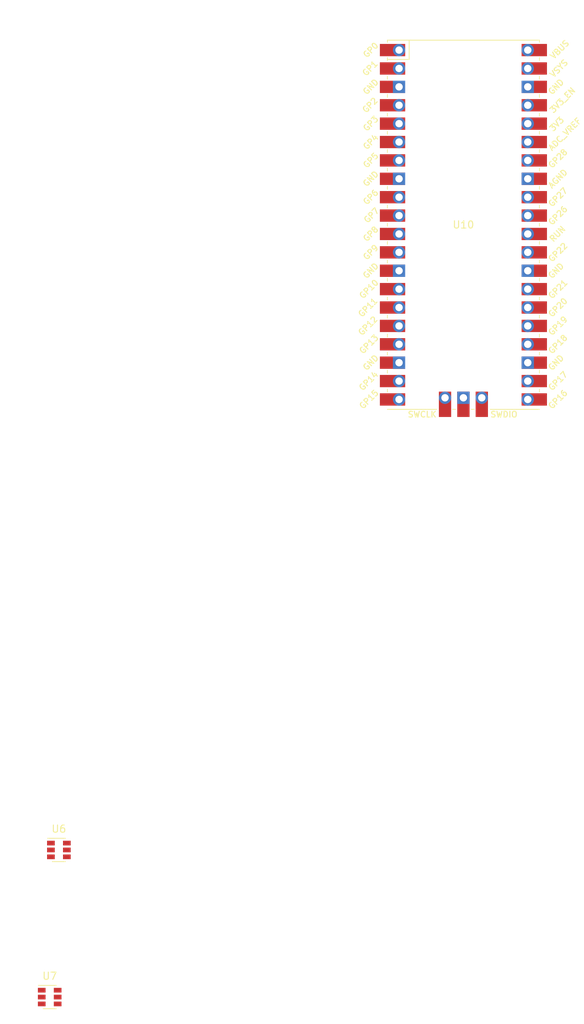
<source format=kicad_pcb>
(kicad_pcb (version 20171130) (host pcbnew "(5.1.9-0-10_14)")

  (general
    (thickness 1.6)
    (drawings 0)
    (tracks 0)
    (zones 0)
    (modules 3)
    (nets 56)
  )

  (page A4)
  (layers
    (0 F.Cu signal)
    (31 B.Cu signal)
    (32 B.Adhes user)
    (33 F.Adhes user)
    (34 B.Paste user)
    (35 F.Paste user)
    (36 B.SilkS user)
    (37 F.SilkS user)
    (38 B.Mask user)
    (39 F.Mask user)
    (40 Dwgs.User user)
    (41 Cmts.User user)
    (42 Eco1.User user)
    (43 Eco2.User user)
    (44 Edge.Cuts user)
    (45 Margin user)
    (46 B.CrtYd user)
    (47 F.CrtYd user)
    (48 B.Fab user)
    (49 F.Fab user)
  )

  (setup
    (last_trace_width 0.25)
    (trace_clearance 0.2)
    (zone_clearance 0.508)
    (zone_45_only no)
    (trace_min 0.2)
    (via_size 0.8)
    (via_drill 0.4)
    (via_min_size 0.4)
    (via_min_drill 0.3)
    (uvia_size 0.3)
    (uvia_drill 0.1)
    (uvias_allowed no)
    (uvia_min_size 0.2)
    (uvia_min_drill 0.1)
    (edge_width 0.05)
    (segment_width 0.2)
    (pcb_text_width 0.3)
    (pcb_text_size 1.5 1.5)
    (mod_edge_width 0.12)
    (mod_text_size 1 1)
    (mod_text_width 0.15)
    (pad_size 1.524 1.524)
    (pad_drill 0.762)
    (pad_to_mask_clearance 0)
    (aux_axis_origin 0 0)
    (visible_elements FFFFFF7F)
    (pcbplotparams
      (layerselection 0x010fc_ffffffff)
      (usegerberextensions false)
      (usegerberattributes true)
      (usegerberadvancedattributes true)
      (creategerberjobfile true)
      (excludeedgelayer true)
      (linewidth 0.100000)
      (plotframeref false)
      (viasonmask false)
      (mode 1)
      (useauxorigin false)
      (hpglpennumber 1)
      (hpglpenspeed 20)
      (hpglpendiameter 15.000000)
      (psnegative false)
      (psa4output false)
      (plotreference true)
      (plotvalue true)
      (plotinvisibletext false)
      (padsonsilk false)
      (subtractmaskfromsilk false)
      (outputformat 1)
      (mirror false)
      (drillshape 1)
      (scaleselection 1)
      (outputdirectory ""))
  )

  (net 0 "")
  (net 1 "Net-(U6-Pad5)")
  (net 2 "Net-(U6-Pad6)")
  (net 3 "Net-(U6-Pad4)")
  (net 4 "Net-(U6-Pad3)")
  (net 5 "Net-(U6-Pad2)")
  (net 6 "Net-(U1-Pad3)")
  (net 7 "Net-(U7-Pad5)")
  (net 8 "Net-(U7-Pad6)")
  (net 9 "Net-(U7-Pad4)")
  (net 10 "Net-(U7-Pad3)")
  (net 11 "Net-(U7-Pad2)")
  (net 12 "Net-(U3-Pad3)")
  (net 13 "Net-(U10-Pad43)")
  (net 14 "Net-(U10-Pad42)")
  (net 15 "Net-(U10-Pad41)")
  (net 16 "Net-(U10-Pad21)")
  (net 17 "Net-(U10-Pad22)")
  (net 18 "Net-(U10-Pad23)")
  (net 19 "Net-(U10-Pad24)")
  (net 20 "Net-(U10-Pad25)")
  (net 21 "Net-(U10-Pad26)")
  (net 22 "Net-(U10-Pad27)")
  (net 23 "Net-(U10-Pad28)")
  (net 24 "Net-(U10-Pad29)")
  (net 25 "Net-(U10-Pad30)")
  (net 26 "Net-(U10-Pad31)")
  (net 27 "Net-(U10-Pad32)")
  (net 28 "Net-(U10-Pad33)")
  (net 29 "Net-(U10-Pad34)")
  (net 30 "Net-(U10-Pad35)")
  (net 31 "Net-(U10-Pad36)")
  (net 32 "Net-(U10-Pad37)")
  (net 33 "Net-(U10-Pad38)")
  (net 34 "Net-(U10-Pad39)")
  (net 35 "Net-(U10-Pad40)")
  (net 36 "Net-(U10-Pad20)")
  (net 37 "Net-(U10-Pad19)")
  (net 38 "Net-(U10-Pad18)")
  (net 39 "Net-(U10-Pad17)")
  (net 40 "Net-(U10-Pad16)")
  (net 41 "Net-(U10-Pad15)")
  (net 42 "Net-(U10-Pad14)")
  (net 43 "Net-(U10-Pad13)")
  (net 44 "Net-(U10-Pad12)")
  (net 45 "Net-(U10-Pad11)")
  (net 46 "Net-(U10-Pad10)")
  (net 47 "Net-(U10-Pad9)")
  (net 48 "Net-(U10-Pad8)")
  (net 49 "Net-(U10-Pad7)")
  (net 50 "Net-(U10-Pad6)")
  (net 51 "Net-(U10-Pad5)")
  (net 52 "Net-(U10-Pad4)")
  (net 53 "Net-(U10-Pad3)")
  (net 54 "Net-(U10-Pad2)")
  (net 55 "Net-(U10-Pad1)")

  (net_class Default "This is the default net class."
    (clearance 0.2)
    (trace_width 0.25)
    (via_dia 0.8)
    (via_drill 0.4)
    (uvia_dia 0.3)
    (uvia_drill 0.1)
    (add_net "Net-(U1-Pad3)")
    (add_net "Net-(U10-Pad1)")
    (add_net "Net-(U10-Pad10)")
    (add_net "Net-(U10-Pad11)")
    (add_net "Net-(U10-Pad12)")
    (add_net "Net-(U10-Pad13)")
    (add_net "Net-(U10-Pad14)")
    (add_net "Net-(U10-Pad15)")
    (add_net "Net-(U10-Pad16)")
    (add_net "Net-(U10-Pad17)")
    (add_net "Net-(U10-Pad18)")
    (add_net "Net-(U10-Pad19)")
    (add_net "Net-(U10-Pad2)")
    (add_net "Net-(U10-Pad20)")
    (add_net "Net-(U10-Pad21)")
    (add_net "Net-(U10-Pad22)")
    (add_net "Net-(U10-Pad23)")
    (add_net "Net-(U10-Pad24)")
    (add_net "Net-(U10-Pad25)")
    (add_net "Net-(U10-Pad26)")
    (add_net "Net-(U10-Pad27)")
    (add_net "Net-(U10-Pad28)")
    (add_net "Net-(U10-Pad29)")
    (add_net "Net-(U10-Pad3)")
    (add_net "Net-(U10-Pad30)")
    (add_net "Net-(U10-Pad31)")
    (add_net "Net-(U10-Pad32)")
    (add_net "Net-(U10-Pad33)")
    (add_net "Net-(U10-Pad34)")
    (add_net "Net-(U10-Pad35)")
    (add_net "Net-(U10-Pad36)")
    (add_net "Net-(U10-Pad37)")
    (add_net "Net-(U10-Pad38)")
    (add_net "Net-(U10-Pad39)")
    (add_net "Net-(U10-Pad4)")
    (add_net "Net-(U10-Pad40)")
    (add_net "Net-(U10-Pad41)")
    (add_net "Net-(U10-Pad42)")
    (add_net "Net-(U10-Pad43)")
    (add_net "Net-(U10-Pad5)")
    (add_net "Net-(U10-Pad6)")
    (add_net "Net-(U10-Pad7)")
    (add_net "Net-(U10-Pad8)")
    (add_net "Net-(U10-Pad9)")
    (add_net "Net-(U3-Pad3)")
    (add_net "Net-(U6-Pad2)")
    (add_net "Net-(U6-Pad3)")
    (add_net "Net-(U6-Pad4)")
    (add_net "Net-(U6-Pad5)")
    (add_net "Net-(U6-Pad6)")
    (add_net "Net-(U7-Pad2)")
    (add_net "Net-(U7-Pad3)")
    (add_net "Net-(U7-Pad4)")
    (add_net "Net-(U7-Pad5)")
    (add_net "Net-(U7-Pad6)")
  )

  (module footprints:RPi_Pico_SMD_TH (layer F.Cu) (tedit 5F638C80) (tstamp 606D36C7)
    (at 191.77 -3.81)
    (descr "Through hole straight pin header, 2x20, 2.54mm pitch, double rows")
    (tags "Through hole pin header THT 2x20 2.54mm double row")
    (path /606CF40D)
    (fp_text reference U10 (at 0 0) (layer F.SilkS)
      (effects (font (size 1 1) (thickness 0.15)))
    )
    (fp_text value Pico (at 0 2.159) (layer F.Fab)
      (effects (font (size 1 1) (thickness 0.15)))
    )
    (fp_poly (pts (xy 3.7 -20.2) (xy -3.7 -20.2) (xy -3.7 -24.9) (xy 3.7 -24.9)) (layer Dwgs.User) (width 0.1))
    (fp_poly (pts (xy -1.5 -11.5) (xy -3.5 -11.5) (xy -3.5 -13.5) (xy -1.5 -13.5)) (layer Dwgs.User) (width 0.1))
    (fp_poly (pts (xy -1.5 -14) (xy -3.5 -14) (xy -3.5 -16) (xy -1.5 -16)) (layer Dwgs.User) (width 0.1))
    (fp_poly (pts (xy -1.5 -16.5) (xy -3.5 -16.5) (xy -3.5 -18.5) (xy -1.5 -18.5)) (layer Dwgs.User) (width 0.1))
    (fp_line (start -10.5 -25.5) (end 10.5 -25.5) (layer F.Fab) (width 0.12))
    (fp_line (start 10.5 -25.5) (end 10.5 25.5) (layer F.Fab) (width 0.12))
    (fp_line (start 10.5 25.5) (end -10.5 25.5) (layer F.Fab) (width 0.12))
    (fp_line (start -10.5 25.5) (end -10.5 -25.5) (layer F.Fab) (width 0.12))
    (fp_line (start -10.5 -24.2) (end -9.2 -25.5) (layer F.Fab) (width 0.12))
    (fp_line (start -11 -26) (end 11 -26) (layer F.CrtYd) (width 0.12))
    (fp_line (start 11 -26) (end 11 26) (layer F.CrtYd) (width 0.12))
    (fp_line (start 11 26) (end -11 26) (layer F.CrtYd) (width 0.12))
    (fp_line (start -11 26) (end -11 -26) (layer F.CrtYd) (width 0.12))
    (fp_line (start -10.5 -25.5) (end 10.5 -25.5) (layer F.SilkS) (width 0.12))
    (fp_line (start -3.7 25.5) (end -10.5 25.5) (layer F.SilkS) (width 0.12))
    (fp_line (start -10.5 -22.833) (end -7.493 -22.833) (layer F.SilkS) (width 0.12))
    (fp_line (start -7.493 -22.833) (end -7.493 -25.5) (layer F.SilkS) (width 0.12))
    (fp_line (start -10.5 -25.5) (end -10.5 -25.2) (layer F.SilkS) (width 0.12))
    (fp_line (start -10.5 -23.1) (end -10.5 -22.7) (layer F.SilkS) (width 0.12))
    (fp_line (start -10.5 -20.5) (end -10.5 -20.1) (layer F.SilkS) (width 0.12))
    (fp_line (start -10.5 -18) (end -10.5 -17.6) (layer F.SilkS) (width 0.12))
    (fp_line (start -10.5 -15.4) (end -10.5 -15) (layer F.SilkS) (width 0.12))
    (fp_line (start -10.5 -12.9) (end -10.5 -12.5) (layer F.SilkS) (width 0.12))
    (fp_line (start -10.5 -10.4) (end -10.5 -10) (layer F.SilkS) (width 0.12))
    (fp_line (start -10.5 -7.8) (end -10.5 -7.4) (layer F.SilkS) (width 0.12))
    (fp_line (start -10.5 -5.3) (end -10.5 -4.9) (layer F.SilkS) (width 0.12))
    (fp_line (start -10.5 -2.7) (end -10.5 -2.3) (layer F.SilkS) (width 0.12))
    (fp_line (start -10.5 -0.2) (end -10.5 0.2) (layer F.SilkS) (width 0.12))
    (fp_line (start -10.5 2.3) (end -10.5 2.7) (layer F.SilkS) (width 0.12))
    (fp_line (start -10.5 4.9) (end -10.5 5.3) (layer F.SilkS) (width 0.12))
    (fp_line (start -10.5 7.4) (end -10.5 7.8) (layer F.SilkS) (width 0.12))
    (fp_line (start -10.5 10) (end -10.5 10.4) (layer F.SilkS) (width 0.12))
    (fp_line (start -10.5 12.5) (end -10.5 12.9) (layer F.SilkS) (width 0.12))
    (fp_line (start -10.5 15.1) (end -10.5 15.5) (layer F.SilkS) (width 0.12))
    (fp_line (start -10.5 17.6) (end -10.5 18) (layer F.SilkS) (width 0.12))
    (fp_line (start -10.5 20.1) (end -10.5 20.5) (layer F.SilkS) (width 0.12))
    (fp_line (start -10.5 22.7) (end -10.5 23.1) (layer F.SilkS) (width 0.12))
    (fp_line (start 10.5 -10.4) (end 10.5 -10) (layer F.SilkS) (width 0.12))
    (fp_line (start 10.5 -5.3) (end 10.5 -4.9) (layer F.SilkS) (width 0.12))
    (fp_line (start 10.5 2.3) (end 10.5 2.7) (layer F.SilkS) (width 0.12))
    (fp_line (start 10.5 10) (end 10.5 10.4) (layer F.SilkS) (width 0.12))
    (fp_line (start 10.5 -20.5) (end 10.5 -20.1) (layer F.SilkS) (width 0.12))
    (fp_line (start 10.5 -23.1) (end 10.5 -22.7) (layer F.SilkS) (width 0.12))
    (fp_line (start 10.5 -15.4) (end 10.5 -15) (layer F.SilkS) (width 0.12))
    (fp_line (start 10.5 17.6) (end 10.5 18) (layer F.SilkS) (width 0.12))
    (fp_line (start 10.5 22.7) (end 10.5 23.1) (layer F.SilkS) (width 0.12))
    (fp_line (start 10.5 20.1) (end 10.5 20.5) (layer F.SilkS) (width 0.12))
    (fp_line (start 10.5 4.9) (end 10.5 5.3) (layer F.SilkS) (width 0.12))
    (fp_line (start 10.5 -0.2) (end 10.5 0.2) (layer F.SilkS) (width 0.12))
    (fp_line (start 10.5 -12.9) (end 10.5 -12.5) (layer F.SilkS) (width 0.12))
    (fp_line (start 10.5 -7.8) (end 10.5 -7.4) (layer F.SilkS) (width 0.12))
    (fp_line (start 10.5 12.5) (end 10.5 12.9) (layer F.SilkS) (width 0.12))
    (fp_line (start 10.5 -2.7) (end 10.5 -2.3) (layer F.SilkS) (width 0.12))
    (fp_line (start 10.5 -25.5) (end 10.5 -25.2) (layer F.SilkS) (width 0.12))
    (fp_line (start 10.5 -18) (end 10.5 -17.6) (layer F.SilkS) (width 0.12))
    (fp_line (start 10.5 7.4) (end 10.5 7.8) (layer F.SilkS) (width 0.12))
    (fp_line (start 10.5 15.1) (end 10.5 15.5) (layer F.SilkS) (width 0.12))
    (fp_line (start 10.5 25.5) (end 3.7 25.5) (layer F.SilkS) (width 0.12))
    (fp_line (start -1.5 25.5) (end -1.1 25.5) (layer F.SilkS) (width 0.12))
    (fp_line (start 1.1 25.5) (end 1.5 25.5) (layer F.SilkS) (width 0.12))
    (fp_text user "Copper Keepouts shown on Dwgs layer" (at 0.1 -30.2) (layer Cmts.User)
      (effects (font (size 1 1) (thickness 0.15)))
    )
    (fp_text user SWDIO (at 5.6 26.2) (layer F.SilkS)
      (effects (font (size 0.8 0.8) (thickness 0.15)))
    )
    (fp_text user SWCLK (at -5.7 26.2) (layer F.SilkS)
      (effects (font (size 0.8 0.8) (thickness 0.15)))
    )
    (fp_text user AGND (at 13.054 -6.35 45) (layer F.SilkS)
      (effects (font (size 0.8 0.8) (thickness 0.15)))
    )
    (fp_text user GND (at 12.8 -19.05 45) (layer F.SilkS)
      (effects (font (size 0.8 0.8) (thickness 0.15)))
    )
    (fp_text user GND (at 12.8 6.35 45) (layer F.SilkS)
      (effects (font (size 0.8 0.8) (thickness 0.15)))
    )
    (fp_text user GND (at 12.8 19.05 45) (layer F.SilkS)
      (effects (font (size 0.8 0.8) (thickness 0.15)))
    )
    (fp_text user GND (at -12.8 19.05 45) (layer F.SilkS)
      (effects (font (size 0.8 0.8) (thickness 0.15)))
    )
    (fp_text user GND (at -12.8 6.35 45) (layer F.SilkS)
      (effects (font (size 0.8 0.8) (thickness 0.15)))
    )
    (fp_text user GND (at -12.8 -6.35 45) (layer F.SilkS)
      (effects (font (size 0.8 0.8) (thickness 0.15)))
    )
    (fp_text user GND (at -12.8 -19.05 45) (layer F.SilkS)
      (effects (font (size 0.8 0.8) (thickness 0.15)))
    )
    (fp_text user VBUS (at 13.3 -24.2 45) (layer F.SilkS)
      (effects (font (size 0.8 0.8) (thickness 0.15)))
    )
    (fp_text user VSYS (at 13.2 -21.59 45) (layer F.SilkS)
      (effects (font (size 0.8 0.8) (thickness 0.15)))
    )
    (fp_text user 3V3_EN (at 13.7 -17.2 45) (layer F.SilkS)
      (effects (font (size 0.8 0.8) (thickness 0.15)))
    )
    (fp_text user 3V3 (at 12.9 -13.9 45) (layer F.SilkS)
      (effects (font (size 0.8 0.8) (thickness 0.15)))
    )
    (fp_text user ADC_VREF (at 14 -12.5 45) (layer F.SilkS)
      (effects (font (size 0.8 0.8) (thickness 0.15)))
    )
    (fp_text user GP28 (at 13.054 -9.144 45) (layer F.SilkS)
      (effects (font (size 0.8 0.8) (thickness 0.15)))
    )
    (fp_text user GP27 (at 13.054 -3.8 45) (layer F.SilkS)
      (effects (font (size 0.8 0.8) (thickness 0.15)))
    )
    (fp_text user GP26 (at 13.054 -1.27 45) (layer F.SilkS)
      (effects (font (size 0.8 0.8) (thickness 0.15)))
    )
    (fp_text user RUN (at 13 1.27 45) (layer F.SilkS)
      (effects (font (size 0.8 0.8) (thickness 0.15)))
    )
    (fp_text user GP22 (at 13.054 3.81 45) (layer F.SilkS)
      (effects (font (size 0.8 0.8) (thickness 0.15)))
    )
    (fp_text user GP21 (at 13.054 8.9 45) (layer F.SilkS)
      (effects (font (size 0.8 0.8) (thickness 0.15)))
    )
    (fp_text user GP20 (at 13.054 11.43 45) (layer F.SilkS)
      (effects (font (size 0.8 0.8) (thickness 0.15)))
    )
    (fp_text user GP19 (at 13.054 13.97 45) (layer F.SilkS)
      (effects (font (size 0.8 0.8) (thickness 0.15)))
    )
    (fp_text user GP18 (at 13.054 16.51 45) (layer F.SilkS)
      (effects (font (size 0.8 0.8) (thickness 0.15)))
    )
    (fp_text user GP17 (at 13.054 21.59 45) (layer F.SilkS)
      (effects (font (size 0.8 0.8) (thickness 0.15)))
    )
    (fp_text user GP16 (at 13.054 24.13 45) (layer F.SilkS)
      (effects (font (size 0.8 0.8) (thickness 0.15)))
    )
    (fp_text user GP15 (at -13.054 24.13 45) (layer F.SilkS)
      (effects (font (size 0.8 0.8) (thickness 0.15)))
    )
    (fp_text user GP14 (at -13.1 21.59 45) (layer F.SilkS)
      (effects (font (size 0.8 0.8) (thickness 0.15)))
    )
    (fp_text user GP13 (at -13.054 16.51 45) (layer F.SilkS)
      (effects (font (size 0.8 0.8) (thickness 0.15)))
    )
    (fp_text user GP12 (at -13.2 13.97 45) (layer F.SilkS)
      (effects (font (size 0.8 0.8) (thickness 0.15)))
    )
    (fp_text user GP11 (at -13.2 11.43 45) (layer F.SilkS)
      (effects (font (size 0.8 0.8) (thickness 0.15)))
    )
    (fp_text user GP10 (at -13.054 8.89 45) (layer F.SilkS)
      (effects (font (size 0.8 0.8) (thickness 0.15)))
    )
    (fp_text user GP9 (at -12.8 3.81 45) (layer F.SilkS)
      (effects (font (size 0.8 0.8) (thickness 0.15)))
    )
    (fp_text user GP8 (at -12.8 1.27 45) (layer F.SilkS)
      (effects (font (size 0.8 0.8) (thickness 0.15)))
    )
    (fp_text user GP7 (at -12.7 -1.3 45) (layer F.SilkS)
      (effects (font (size 0.8 0.8) (thickness 0.15)))
    )
    (fp_text user GP6 (at -12.8 -3.81 45) (layer F.SilkS)
      (effects (font (size 0.8 0.8) (thickness 0.15)))
    )
    (fp_text user GP5 (at -12.8 -8.89 45) (layer F.SilkS)
      (effects (font (size 0.8 0.8) (thickness 0.15)))
    )
    (fp_text user GP4 (at -12.8 -11.43 45) (layer F.SilkS)
      (effects (font (size 0.8 0.8) (thickness 0.15)))
    )
    (fp_text user GP3 (at -12.8 -13.97 45) (layer F.SilkS)
      (effects (font (size 0.8 0.8) (thickness 0.15)))
    )
    (fp_text user GP0 (at -12.8 -24.13 45) (layer F.SilkS)
      (effects (font (size 0.8 0.8) (thickness 0.15)))
    )
    (fp_text user GP2 (at -12.9 -16.51 45) (layer F.SilkS)
      (effects (font (size 0.8 0.8) (thickness 0.15)))
    )
    (fp_text user GP1 (at -12.9 -21.6 45) (layer F.SilkS)
      (effects (font (size 0.8 0.8) (thickness 0.15)))
    )
    (fp_text user %R (at 0 0 180) (layer F.Fab)
      (effects (font (size 1 1) (thickness 0.15)))
    )
    (pad 43 thru_hole oval (at 2.54 23.9) (size 1.7 1.7) (drill 1.02) (layers *.Cu *.Mask)
      (net 13 "Net-(U10-Pad43)"))
    (pad 43 smd rect (at 2.54 23.9 90) (size 3.5 1.7) (drill (offset -0.9 0)) (layers F.Cu F.Mask)
      (net 13 "Net-(U10-Pad43)"))
    (pad 42 thru_hole rect (at 0 23.9) (size 1.7 1.7) (drill 1.02) (layers *.Cu *.Mask)
      (net 14 "Net-(U10-Pad42)"))
    (pad 42 smd rect (at 0 23.9 90) (size 3.5 1.7) (drill (offset -0.9 0)) (layers F.Cu F.Mask)
      (net 14 "Net-(U10-Pad42)"))
    (pad 41 thru_hole oval (at -2.54 23.9) (size 1.7 1.7) (drill 1.02) (layers *.Cu *.Mask)
      (net 15 "Net-(U10-Pad41)"))
    (pad 41 smd rect (at -2.54 23.9 90) (size 3.5 1.7) (drill (offset -0.9 0)) (layers F.Cu F.Mask)
      (net 15 "Net-(U10-Pad41)"))
    (pad "" np_thru_hole oval (at 2.425 -20.97) (size 1.5 1.5) (drill 1.5) (layers *.Cu *.Mask))
    (pad "" np_thru_hole oval (at -2.425 -20.97) (size 1.5 1.5) (drill 1.5) (layers *.Cu *.Mask))
    (pad "" np_thru_hole oval (at 2.725 -24) (size 1.8 1.8) (drill 1.8) (layers *.Cu *.Mask))
    (pad "" np_thru_hole oval (at -2.725 -24) (size 1.8 1.8) (drill 1.8) (layers *.Cu *.Mask))
    (pad 21 smd rect (at 8.89 24.13) (size 3.5 1.7) (drill (offset 0.9 0)) (layers F.Cu F.Mask)
      (net 16 "Net-(U10-Pad21)"))
    (pad 22 smd rect (at 8.89 21.59) (size 3.5 1.7) (drill (offset 0.9 0)) (layers F.Cu F.Mask)
      (net 17 "Net-(U10-Pad22)"))
    (pad 23 smd rect (at 8.89 19.05) (size 3.5 1.7) (drill (offset 0.9 0)) (layers F.Cu F.Mask)
      (net 18 "Net-(U10-Pad23)"))
    (pad 24 smd rect (at 8.89 16.51) (size 3.5 1.7) (drill (offset 0.9 0)) (layers F.Cu F.Mask)
      (net 19 "Net-(U10-Pad24)"))
    (pad 25 smd rect (at 8.89 13.97) (size 3.5 1.7) (drill (offset 0.9 0)) (layers F.Cu F.Mask)
      (net 20 "Net-(U10-Pad25)"))
    (pad 26 smd rect (at 8.89 11.43) (size 3.5 1.7) (drill (offset 0.9 0)) (layers F.Cu F.Mask)
      (net 21 "Net-(U10-Pad26)"))
    (pad 27 smd rect (at 8.89 8.89) (size 3.5 1.7) (drill (offset 0.9 0)) (layers F.Cu F.Mask)
      (net 22 "Net-(U10-Pad27)"))
    (pad 28 smd rect (at 8.89 6.35) (size 3.5 1.7) (drill (offset 0.9 0)) (layers F.Cu F.Mask)
      (net 23 "Net-(U10-Pad28)"))
    (pad 29 smd rect (at 8.89 3.81) (size 3.5 1.7) (drill (offset 0.9 0)) (layers F.Cu F.Mask)
      (net 24 "Net-(U10-Pad29)"))
    (pad 30 smd rect (at 8.89 1.27) (size 3.5 1.7) (drill (offset 0.9 0)) (layers F.Cu F.Mask)
      (net 25 "Net-(U10-Pad30)"))
    (pad 31 smd rect (at 8.89 -1.27) (size 3.5 1.7) (drill (offset 0.9 0)) (layers F.Cu F.Mask)
      (net 26 "Net-(U10-Pad31)"))
    (pad 32 smd rect (at 8.89 -3.81) (size 3.5 1.7) (drill (offset 0.9 0)) (layers F.Cu F.Mask)
      (net 27 "Net-(U10-Pad32)"))
    (pad 33 smd rect (at 8.89 -6.35) (size 3.5 1.7) (drill (offset 0.9 0)) (layers F.Cu F.Mask)
      (net 28 "Net-(U10-Pad33)"))
    (pad 34 smd rect (at 8.89 -8.89) (size 3.5 1.7) (drill (offset 0.9 0)) (layers F.Cu F.Mask)
      (net 29 "Net-(U10-Pad34)"))
    (pad 35 smd rect (at 8.89 -11.43) (size 3.5 1.7) (drill (offset 0.9 0)) (layers F.Cu F.Mask)
      (net 30 "Net-(U10-Pad35)"))
    (pad 36 smd rect (at 8.89 -13.97) (size 3.5 1.7) (drill (offset 0.9 0)) (layers F.Cu F.Mask)
      (net 31 "Net-(U10-Pad36)"))
    (pad 37 smd rect (at 8.89 -16.51) (size 3.5 1.7) (drill (offset 0.9 0)) (layers F.Cu F.Mask)
      (net 32 "Net-(U10-Pad37)"))
    (pad 38 smd rect (at 8.89 -19.05) (size 3.5 1.7) (drill (offset 0.9 0)) (layers F.Cu F.Mask)
      (net 33 "Net-(U10-Pad38)"))
    (pad 39 smd rect (at 8.89 -21.59) (size 3.5 1.7) (drill (offset 0.9 0)) (layers F.Cu F.Mask)
      (net 34 "Net-(U10-Pad39)"))
    (pad 40 smd rect (at 8.89 -24.13) (size 3.5 1.7) (drill (offset 0.9 0)) (layers F.Cu F.Mask)
      (net 35 "Net-(U10-Pad40)"))
    (pad 20 smd rect (at -8.89 24.13) (size 3.5 1.7) (drill (offset -0.9 0)) (layers F.Cu F.Mask)
      (net 36 "Net-(U10-Pad20)"))
    (pad 19 smd rect (at -8.89 21.59) (size 3.5 1.7) (drill (offset -0.9 0)) (layers F.Cu F.Mask)
      (net 37 "Net-(U10-Pad19)"))
    (pad 18 smd rect (at -8.89 19.05) (size 3.5 1.7) (drill (offset -0.9 0)) (layers F.Cu F.Mask)
      (net 38 "Net-(U10-Pad18)"))
    (pad 17 smd rect (at -8.89 16.51) (size 3.5 1.7) (drill (offset -0.9 0)) (layers F.Cu F.Mask)
      (net 39 "Net-(U10-Pad17)"))
    (pad 16 smd rect (at -8.89 13.97) (size 3.5 1.7) (drill (offset -0.9 0)) (layers F.Cu F.Mask)
      (net 40 "Net-(U10-Pad16)"))
    (pad 15 smd rect (at -8.89 11.43) (size 3.5 1.7) (drill (offset -0.9 0)) (layers F.Cu F.Mask)
      (net 41 "Net-(U10-Pad15)"))
    (pad 14 smd rect (at -8.89 8.89) (size 3.5 1.7) (drill (offset -0.9 0)) (layers F.Cu F.Mask)
      (net 42 "Net-(U10-Pad14)"))
    (pad 13 smd rect (at -8.89 6.35) (size 3.5 1.7) (drill (offset -0.9 0)) (layers F.Cu F.Mask)
      (net 43 "Net-(U10-Pad13)"))
    (pad 12 smd rect (at -8.89 3.81) (size 3.5 1.7) (drill (offset -0.9 0)) (layers F.Cu F.Mask)
      (net 44 "Net-(U10-Pad12)"))
    (pad 11 smd rect (at -8.89 1.27) (size 3.5 1.7) (drill (offset -0.9 0)) (layers F.Cu F.Mask)
      (net 45 "Net-(U10-Pad11)"))
    (pad 10 smd rect (at -8.89 -1.27) (size 3.5 1.7) (drill (offset -0.9 0)) (layers F.Cu F.Mask)
      (net 46 "Net-(U10-Pad10)"))
    (pad 9 smd rect (at -8.89 -3.81) (size 3.5 1.7) (drill (offset -0.9 0)) (layers F.Cu F.Mask)
      (net 47 "Net-(U10-Pad9)"))
    (pad 8 smd rect (at -8.89 -6.35) (size 3.5 1.7) (drill (offset -0.9 0)) (layers F.Cu F.Mask)
      (net 48 "Net-(U10-Pad8)"))
    (pad 7 smd rect (at -8.89 -8.89) (size 3.5 1.7) (drill (offset -0.9 0)) (layers F.Cu F.Mask)
      (net 49 "Net-(U10-Pad7)"))
    (pad 6 smd rect (at -8.89 -11.43) (size 3.5 1.7) (drill (offset -0.9 0)) (layers F.Cu F.Mask)
      (net 50 "Net-(U10-Pad6)"))
    (pad 5 smd rect (at -8.89 -13.97) (size 3.5 1.7) (drill (offset -0.9 0)) (layers F.Cu F.Mask)
      (net 51 "Net-(U10-Pad5)"))
    (pad 4 smd rect (at -8.89 -16.51) (size 3.5 1.7) (drill (offset -0.9 0)) (layers F.Cu F.Mask)
      (net 52 "Net-(U10-Pad4)"))
    (pad 3 smd rect (at -8.89 -19.05) (size 3.5 1.7) (drill (offset -0.9 0)) (layers F.Cu F.Mask)
      (net 53 "Net-(U10-Pad3)"))
    (pad 2 smd rect (at -8.89 -21.59) (size 3.5 1.7) (drill (offset -0.9 0)) (layers F.Cu F.Mask)
      (net 54 "Net-(U10-Pad2)"))
    (pad 1 smd rect (at -8.89 -24.13) (size 3.5 1.7) (drill (offset -0.9 0)) (layers F.Cu F.Mask)
      (net 55 "Net-(U10-Pad1)"))
    (pad 40 thru_hole oval (at 8.89 -24.13) (size 1.7 1.7) (drill 1.02) (layers *.Cu *.Mask)
      (net 35 "Net-(U10-Pad40)"))
    (pad 39 thru_hole oval (at 8.89 -21.59) (size 1.7 1.7) (drill 1.02) (layers *.Cu *.Mask)
      (net 34 "Net-(U10-Pad39)"))
    (pad 38 thru_hole rect (at 8.89 -19.05) (size 1.7 1.7) (drill 1.02) (layers *.Cu *.Mask)
      (net 33 "Net-(U10-Pad38)"))
    (pad 37 thru_hole oval (at 8.89 -16.51) (size 1.7 1.7) (drill 1.02) (layers *.Cu *.Mask)
      (net 32 "Net-(U10-Pad37)"))
    (pad 36 thru_hole oval (at 8.89 -13.97) (size 1.7 1.7) (drill 1.02) (layers *.Cu *.Mask)
      (net 31 "Net-(U10-Pad36)"))
    (pad 35 thru_hole oval (at 8.89 -11.43) (size 1.7 1.7) (drill 1.02) (layers *.Cu *.Mask)
      (net 30 "Net-(U10-Pad35)"))
    (pad 34 thru_hole oval (at 8.89 -8.89) (size 1.7 1.7) (drill 1.02) (layers *.Cu *.Mask)
      (net 29 "Net-(U10-Pad34)"))
    (pad 33 thru_hole rect (at 8.89 -6.35) (size 1.7 1.7) (drill 1.02) (layers *.Cu *.Mask)
      (net 28 "Net-(U10-Pad33)"))
    (pad 32 thru_hole oval (at 8.89 -3.81) (size 1.7 1.7) (drill 1.02) (layers *.Cu *.Mask)
      (net 27 "Net-(U10-Pad32)"))
    (pad 31 thru_hole oval (at 8.89 -1.27) (size 1.7 1.7) (drill 1.02) (layers *.Cu *.Mask)
      (net 26 "Net-(U10-Pad31)"))
    (pad 30 thru_hole oval (at 8.89 1.27) (size 1.7 1.7) (drill 1.02) (layers *.Cu *.Mask)
      (net 25 "Net-(U10-Pad30)"))
    (pad 29 thru_hole oval (at 8.89 3.81) (size 1.7 1.7) (drill 1.02) (layers *.Cu *.Mask)
      (net 24 "Net-(U10-Pad29)"))
    (pad 28 thru_hole rect (at 8.89 6.35) (size 1.7 1.7) (drill 1.02) (layers *.Cu *.Mask)
      (net 23 "Net-(U10-Pad28)"))
    (pad 27 thru_hole oval (at 8.89 8.89) (size 1.7 1.7) (drill 1.02) (layers *.Cu *.Mask)
      (net 22 "Net-(U10-Pad27)"))
    (pad 26 thru_hole oval (at 8.89 11.43) (size 1.7 1.7) (drill 1.02) (layers *.Cu *.Mask)
      (net 21 "Net-(U10-Pad26)"))
    (pad 25 thru_hole oval (at 8.89 13.97) (size 1.7 1.7) (drill 1.02) (layers *.Cu *.Mask)
      (net 20 "Net-(U10-Pad25)"))
    (pad 24 thru_hole oval (at 8.89 16.51) (size 1.7 1.7) (drill 1.02) (layers *.Cu *.Mask)
      (net 19 "Net-(U10-Pad24)"))
    (pad 23 thru_hole rect (at 8.89 19.05) (size 1.7 1.7) (drill 1.02) (layers *.Cu *.Mask)
      (net 18 "Net-(U10-Pad23)"))
    (pad 22 thru_hole oval (at 8.89 21.59) (size 1.7 1.7) (drill 1.02) (layers *.Cu *.Mask)
      (net 17 "Net-(U10-Pad22)"))
    (pad 21 thru_hole oval (at 8.89 24.13) (size 1.7 1.7) (drill 1.02) (layers *.Cu *.Mask)
      (net 16 "Net-(U10-Pad21)"))
    (pad 20 thru_hole oval (at -8.89 24.13) (size 1.7 1.7) (drill 1.02) (layers *.Cu *.Mask)
      (net 36 "Net-(U10-Pad20)"))
    (pad 19 thru_hole oval (at -8.89 21.59) (size 1.7 1.7) (drill 1.02) (layers *.Cu *.Mask)
      (net 37 "Net-(U10-Pad19)"))
    (pad 18 thru_hole rect (at -8.89 19.05) (size 1.7 1.7) (drill 1.02) (layers *.Cu *.Mask)
      (net 38 "Net-(U10-Pad18)"))
    (pad 17 thru_hole oval (at -8.89 16.51) (size 1.7 1.7) (drill 1.02) (layers *.Cu *.Mask)
      (net 39 "Net-(U10-Pad17)"))
    (pad 16 thru_hole oval (at -8.89 13.97) (size 1.7 1.7) (drill 1.02) (layers *.Cu *.Mask)
      (net 40 "Net-(U10-Pad16)"))
    (pad 15 thru_hole oval (at -8.89 11.43) (size 1.7 1.7) (drill 1.02) (layers *.Cu *.Mask)
      (net 41 "Net-(U10-Pad15)"))
    (pad 14 thru_hole oval (at -8.89 8.89) (size 1.7 1.7) (drill 1.02) (layers *.Cu *.Mask)
      (net 42 "Net-(U10-Pad14)"))
    (pad 13 thru_hole rect (at -8.89 6.35) (size 1.7 1.7) (drill 1.02) (layers *.Cu *.Mask)
      (net 43 "Net-(U10-Pad13)"))
    (pad 12 thru_hole oval (at -8.89 3.81) (size 1.7 1.7) (drill 1.02) (layers *.Cu *.Mask)
      (net 44 "Net-(U10-Pad12)"))
    (pad 11 thru_hole oval (at -8.89 1.27) (size 1.7 1.7) (drill 1.02) (layers *.Cu *.Mask)
      (net 45 "Net-(U10-Pad11)"))
    (pad 10 thru_hole oval (at -8.89 -1.27) (size 1.7 1.7) (drill 1.02) (layers *.Cu *.Mask)
      (net 46 "Net-(U10-Pad10)"))
    (pad 9 thru_hole oval (at -8.89 -3.81) (size 1.7 1.7) (drill 1.02) (layers *.Cu *.Mask)
      (net 47 "Net-(U10-Pad9)"))
    (pad 8 thru_hole rect (at -8.89 -6.35) (size 1.7 1.7) (drill 1.02) (layers *.Cu *.Mask)
      (net 48 "Net-(U10-Pad8)"))
    (pad 7 thru_hole oval (at -8.89 -8.89) (size 1.7 1.7) (drill 1.02) (layers *.Cu *.Mask)
      (net 49 "Net-(U10-Pad7)"))
    (pad 6 thru_hole oval (at -8.89 -11.43) (size 1.7 1.7) (drill 1.02) (layers *.Cu *.Mask)
      (net 50 "Net-(U10-Pad6)"))
    (pad 5 thru_hole oval (at -8.89 -13.97) (size 1.7 1.7) (drill 1.02) (layers *.Cu *.Mask)
      (net 51 "Net-(U10-Pad5)"))
    (pad 4 thru_hole oval (at -8.89 -16.51) (size 1.7 1.7) (drill 1.02) (layers *.Cu *.Mask)
      (net 52 "Net-(U10-Pad4)"))
    (pad 3 thru_hole rect (at -8.89 -19.05) (size 1.7 1.7) (drill 1.02) (layers *.Cu *.Mask)
      (net 53 "Net-(U10-Pad3)"))
    (pad 2 thru_hole oval (at -8.89 -21.59) (size 1.7 1.7) (drill 1.02) (layers *.Cu *.Mask)
      (net 54 "Net-(U10-Pad2)"))
    (pad 1 thru_hole oval (at -8.89 -24.13) (size 1.7 1.7) (drill 1.02) (layers *.Cu *.Mask)
      (net 55 "Net-(U10-Pad1)"))
  )

  (module Package_TO_SOT_SMD:SOT-23-6 (layer F.Cu) (tedit 5A02FF57) (tstamp 606CCED2)
    (at 134.62 102.87)
    (descr "6-pin SOT-23 package")
    (tags SOT-23-6)
    (path /6075796E)
    (attr smd)
    (fp_text reference U7 (at 0 -2.9) (layer F.SilkS)
      (effects (font (size 1 1) (thickness 0.15)))
    )
    (fp_text value MCP4725xxx-xCH (at 0 2.9) (layer F.Fab)
      (effects (font (size 1 1) (thickness 0.15)))
    )
    (fp_line (start 0.9 -1.55) (end 0.9 1.55) (layer F.Fab) (width 0.1))
    (fp_line (start 0.9 1.55) (end -0.9 1.55) (layer F.Fab) (width 0.1))
    (fp_line (start -0.9 -0.9) (end -0.9 1.55) (layer F.Fab) (width 0.1))
    (fp_line (start 0.9 -1.55) (end -0.25 -1.55) (layer F.Fab) (width 0.1))
    (fp_line (start -0.9 -0.9) (end -0.25 -1.55) (layer F.Fab) (width 0.1))
    (fp_line (start -1.9 -1.8) (end -1.9 1.8) (layer F.CrtYd) (width 0.05))
    (fp_line (start -1.9 1.8) (end 1.9 1.8) (layer F.CrtYd) (width 0.05))
    (fp_line (start 1.9 1.8) (end 1.9 -1.8) (layer F.CrtYd) (width 0.05))
    (fp_line (start 1.9 -1.8) (end -1.9 -1.8) (layer F.CrtYd) (width 0.05))
    (fp_line (start 0.9 -1.61) (end -1.55 -1.61) (layer F.SilkS) (width 0.12))
    (fp_line (start -0.9 1.61) (end 0.9 1.61) (layer F.SilkS) (width 0.12))
    (fp_text user %R (at 0 0 90) (layer F.Fab)
      (effects (font (size 0.5 0.5) (thickness 0.075)))
    )
    (pad 5 smd rect (at 1.1 0) (size 1.06 0.65) (layers F.Cu F.Paste F.Mask)
      (net 7 "Net-(U7-Pad5)"))
    (pad 6 smd rect (at 1.1 -0.95) (size 1.06 0.65) (layers F.Cu F.Paste F.Mask)
      (net 8 "Net-(U7-Pad6)"))
    (pad 4 smd rect (at 1.1 0.95) (size 1.06 0.65) (layers F.Cu F.Paste F.Mask)
      (net 9 "Net-(U7-Pad4)"))
    (pad 3 smd rect (at -1.1 0.95) (size 1.06 0.65) (layers F.Cu F.Paste F.Mask)
      (net 10 "Net-(U7-Pad3)"))
    (pad 2 smd rect (at -1.1 0) (size 1.06 0.65) (layers F.Cu F.Paste F.Mask)
      (net 11 "Net-(U7-Pad2)"))
    (pad 1 smd rect (at -1.1 -0.95) (size 1.06 0.65) (layers F.Cu F.Paste F.Mask)
      (net 12 "Net-(U3-Pad3)"))
    (model ${KISYS3DMOD}/Package_TO_SOT_SMD.3dshapes/SOT-23-6.wrl
      (at (xyz 0 0 0))
      (scale (xyz 1 1 1))
      (rotate (xyz 0 0 0))
    )
  )

  (module Package_TO_SOT_SMD:SOT-23-6 (layer F.Cu) (tedit 5A02FF57) (tstamp 606CCEBC)
    (at 135.89 82.55)
    (descr "6-pin SOT-23 package")
    (tags SOT-23-6)
    (path /60756F68)
    (attr smd)
    (fp_text reference U6 (at 0 -2.9) (layer F.SilkS)
      (effects (font (size 1 1) (thickness 0.15)))
    )
    (fp_text value MCP4725xxx-xCH (at -1.27 6.35) (layer F.Fab)
      (effects (font (size 1 1) (thickness 0.15)))
    )
    (fp_line (start 0.9 -1.55) (end 0.9 1.55) (layer F.Fab) (width 0.1))
    (fp_line (start 0.9 1.55) (end -0.9 1.55) (layer F.Fab) (width 0.1))
    (fp_line (start -0.9 -0.9) (end -0.9 1.55) (layer F.Fab) (width 0.1))
    (fp_line (start 0.9 -1.55) (end -0.25 -1.55) (layer F.Fab) (width 0.1))
    (fp_line (start -0.9 -0.9) (end -0.25 -1.55) (layer F.Fab) (width 0.1))
    (fp_line (start -1.9 -1.8) (end -1.9 1.8) (layer F.CrtYd) (width 0.05))
    (fp_line (start -1.9 1.8) (end 1.9 1.8) (layer F.CrtYd) (width 0.05))
    (fp_line (start 1.9 1.8) (end 1.9 -1.8) (layer F.CrtYd) (width 0.05))
    (fp_line (start 1.9 -1.8) (end -1.9 -1.8) (layer F.CrtYd) (width 0.05))
    (fp_line (start 0.9 -1.61) (end -1.55 -1.61) (layer F.SilkS) (width 0.12))
    (fp_line (start -0.9 1.61) (end 0.9 1.61) (layer F.SilkS) (width 0.12))
    (fp_text user %R (at 3.81 -3.81 90) (layer F.Fab)
      (effects (font (size 0.5 0.5) (thickness 0.075)))
    )
    (pad 5 smd rect (at 1.1 0) (size 1.06 0.65) (layers F.Cu F.Paste F.Mask)
      (net 1 "Net-(U6-Pad5)"))
    (pad 6 smd rect (at 1.1 -0.95) (size 1.06 0.65) (layers F.Cu F.Paste F.Mask)
      (net 2 "Net-(U6-Pad6)"))
    (pad 4 smd rect (at 1.1 0.95) (size 1.06 0.65) (layers F.Cu F.Paste F.Mask)
      (net 3 "Net-(U6-Pad4)"))
    (pad 3 smd rect (at -1.1 0.95) (size 1.06 0.65) (layers F.Cu F.Paste F.Mask)
      (net 4 "Net-(U6-Pad3)"))
    (pad 2 smd rect (at -1.1 0) (size 1.06 0.65) (layers F.Cu F.Paste F.Mask)
      (net 5 "Net-(U6-Pad2)"))
    (pad 1 smd rect (at -1.1 -0.95) (size 1.06 0.65) (layers F.Cu F.Paste F.Mask)
      (net 6 "Net-(U1-Pad3)"))
    (model ${KISYS3DMOD}/Package_TO_SOT_SMD.3dshapes/SOT-23-6.wrl
      (at (xyz 0 0 0))
      (scale (xyz 1 1 1))
      (rotate (xyz 0 0 0))
    )
  )

)

</source>
